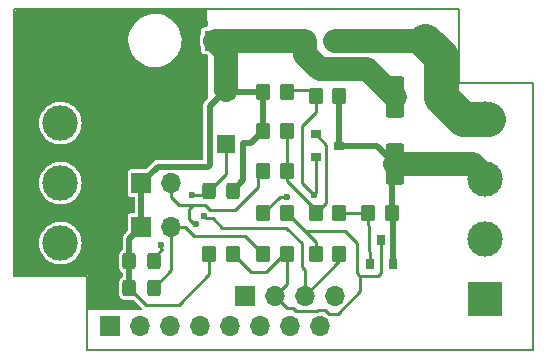
<source format=gtl>
G04 #@! TF.GenerationSoftware,KiCad,Pcbnew,7.0.1-3b83917a11~172~ubuntu20.04.1*
G04 #@! TF.CreationDate,2023-03-26T04:48:50+02:00*
G04 #@! TF.ProjectId,C64Saver2,43363453-6176-4657-9232-2e6b69636164,2.6*
G04 #@! TF.SameCoordinates,Original*
G04 #@! TF.FileFunction,Copper,L1,Top*
G04 #@! TF.FilePolarity,Positive*
%FSLAX46Y46*%
G04 Gerber Fmt 4.6, Leading zero omitted, Abs format (unit mm)*
G04 Created by KiCad (PCBNEW 7.0.1-3b83917a11~172~ubuntu20.04.1) date 2023-03-26 04:48:50*
%MOMM*%
%LPD*%
G01*
G04 APERTURE LIST*
G04 Aperture macros list*
%AMRoundRect*
0 Rectangle with rounded corners*
0 $1 Rounding radius*
0 $2 $3 $4 $5 $6 $7 $8 $9 X,Y pos of 4 corners*
0 Add a 4 corners polygon primitive as box body*
4,1,4,$2,$3,$4,$5,$6,$7,$8,$9,$2,$3,0*
0 Add four circle primitives for the rounded corners*
1,1,$1+$1,$2,$3*
1,1,$1+$1,$4,$5*
1,1,$1+$1,$6,$7*
1,1,$1+$1,$8,$9*
0 Add four rect primitives between the rounded corners*
20,1,$1+$1,$2,$3,$4,$5,0*
20,1,$1+$1,$4,$5,$6,$7,0*
20,1,$1+$1,$6,$7,$8,$9,0*
20,1,$1+$1,$8,$9,$2,$3,0*%
G04 Aperture macros list end*
G04 #@! TA.AperFunction,ComponentPad*
%ADD10R,3.000000X3.000000*%
G04 #@! TD*
G04 #@! TA.AperFunction,ComponentPad*
%ADD11C,3.000000*%
G04 #@! TD*
G04 #@! TA.AperFunction,SMDPad,CuDef*
%ADD12RoundRect,0.250000X-0.550000X1.500000X-0.550000X-1.500000X0.550000X-1.500000X0.550000X1.500000X0*%
G04 #@! TD*
G04 #@! TA.AperFunction,SMDPad,CuDef*
%ADD13R,1.600000X1.500000*%
G04 #@! TD*
G04 #@! TA.AperFunction,SMDPad,CuDef*
%ADD14R,3.200000X3.100000*%
G04 #@! TD*
G04 #@! TA.AperFunction,SMDPad,CuDef*
%ADD15R,6.700000X6.500000*%
G04 #@! TD*
G04 #@! TA.AperFunction,ComponentPad*
%ADD16R,1.700000X1.700000*%
G04 #@! TD*
G04 #@! TA.AperFunction,ComponentPad*
%ADD17O,1.700000X1.700000*%
G04 #@! TD*
G04 #@! TA.AperFunction,SMDPad,CuDef*
%ADD18RoundRect,0.250000X-0.350000X-0.450000X0.350000X-0.450000X0.350000X0.450000X-0.350000X0.450000X0*%
G04 #@! TD*
G04 #@! TA.AperFunction,SMDPad,CuDef*
%ADD19RoundRect,0.250000X0.350000X0.450000X-0.350000X0.450000X-0.350000X-0.450000X0.350000X-0.450000X0*%
G04 #@! TD*
G04 #@! TA.AperFunction,SMDPad,CuDef*
%ADD20R,0.800000X0.900000*%
G04 #@! TD*
G04 #@! TA.AperFunction,SMDPad,CuDef*
%ADD21RoundRect,0.250000X0.325000X0.450000X-0.325000X0.450000X-0.325000X-0.450000X0.325000X-0.450000X0*%
G04 #@! TD*
G04 #@! TA.AperFunction,SMDPad,CuDef*
%ADD22R,0.900000X0.800000*%
G04 #@! TD*
G04 #@! TA.AperFunction,ViaPad*
%ADD23C,0.600000*%
G04 #@! TD*
G04 #@! TA.AperFunction,Conductor*
%ADD24C,0.254000*%
G04 #@! TD*
G04 #@! TA.AperFunction,Conductor*
%ADD25C,0.250000*%
G04 #@! TD*
G04 #@! TA.AperFunction,Conductor*
%ADD26C,2.000000*%
G04 #@! TD*
G04 #@! TA.AperFunction,Conductor*
%ADD27C,0.500000*%
G04 #@! TD*
G04 #@! TA.AperFunction,Conductor*
%ADD28C,3.000000*%
G04 #@! TD*
G04 #@! TA.AperFunction,Profile*
%ADD29C,0.150000*%
G04 #@! TD*
G04 APERTURE END LIST*
D10*
X144399000Y-88265000D03*
D11*
X144399000Y-93345000D03*
X144399000Y-98425000D03*
X144399000Y-103505000D03*
D10*
X180340000Y-108204000D03*
D11*
X180340000Y-103124000D03*
X180340000Y-98044000D03*
X180340000Y-92964000D03*
D12*
X172720000Y-91180000D03*
X172720000Y-96780000D03*
D13*
X158397600Y-95111600D03*
D14*
X153997600Y-94511600D03*
X153997600Y-91111600D03*
D15*
X152247600Y-92811600D03*
D14*
X150497600Y-94511600D03*
X150497600Y-91111600D03*
D13*
X158397600Y-90511600D03*
D16*
X157480000Y-86360000D03*
D17*
X160020000Y-86360000D03*
X162560000Y-86360000D03*
X165100000Y-86360000D03*
X167640000Y-86360000D03*
X170180000Y-86360000D03*
X172720000Y-86360000D03*
X175260000Y-86360000D03*
X166370000Y-110490000D03*
X163830000Y-110490000D03*
X161290000Y-110490000D03*
X158750000Y-110490000D03*
X156210000Y-110490000D03*
X153670000Y-110490000D03*
X151130000Y-110490000D03*
D16*
X148590000Y-110490000D03*
X160020000Y-107950000D03*
D17*
X162560000Y-107950000D03*
X165100000Y-107950000D03*
X167640000Y-107950000D03*
D18*
X161560000Y-90678000D03*
X163560000Y-90678000D03*
X161560000Y-100965000D03*
X163560000Y-100965000D03*
X156988000Y-104394000D03*
X158988000Y-104394000D03*
D19*
X168005000Y-104394000D03*
X166005000Y-104394000D03*
D18*
X170450000Y-100965000D03*
X172450000Y-100965000D03*
X161560000Y-97409000D03*
X163560000Y-97409000D03*
D19*
X163560000Y-104394000D03*
X161560000Y-104394000D03*
D20*
X170627000Y-105267000D03*
X172527000Y-105267000D03*
X171577000Y-103267000D03*
D21*
X152282000Y-105029000D03*
X150232000Y-105029000D03*
D18*
X161560000Y-93980000D03*
X163560000Y-93980000D03*
X166005000Y-100965000D03*
X168005000Y-100965000D03*
D22*
X166005000Y-94300000D03*
X166005000Y-96200000D03*
X168005000Y-95250000D03*
D18*
X166005000Y-91059000D03*
X168005000Y-91059000D03*
D21*
X152282000Y-107315000D03*
X150232000Y-107315000D03*
D16*
X151252000Y-98425000D03*
D17*
X153792000Y-98425000D03*
D16*
X151252000Y-102108000D03*
D17*
X153792000Y-102108000D03*
D21*
X159013000Y-99060000D03*
X156963000Y-99060000D03*
D23*
X163576000Y-99568000D03*
X165862000Y-99441000D03*
X155575000Y-99441000D03*
X156591000Y-101219000D03*
X152908000Y-103632000D03*
X155913460Y-101875270D03*
D24*
X170627000Y-105267000D02*
X170450000Y-100965000D01*
D25*
X166005000Y-96200000D02*
X166005000Y-99298000D01*
X166005000Y-99298000D02*
X165862000Y-99441000D01*
X161560000Y-100965000D02*
X162957000Y-99568000D01*
X162957000Y-99568000D02*
X163576000Y-99568000D01*
X165862000Y-99441000D02*
X164846000Y-98425000D01*
X164846000Y-98425000D02*
X164846000Y-93599000D01*
D24*
X166005000Y-100965000D02*
X166005000Y-100727000D01*
X166005000Y-100727000D02*
X163560000Y-98282000D01*
X163560000Y-98282000D02*
X163560000Y-97409000D01*
X163560000Y-97409000D02*
X163560000Y-93980000D01*
X155575000Y-99441000D02*
X156582000Y-99441000D01*
X156582000Y-99441000D02*
X156963000Y-99060000D01*
X156685538Y-101378462D02*
X156591000Y-101283924D01*
X161560000Y-97409000D02*
X161086501Y-97882499D01*
X161086501Y-97882499D02*
X161086501Y-98791497D01*
X159212499Y-100665499D02*
X157064926Y-100665499D01*
X161086501Y-98791497D02*
X159212499Y-100665499D01*
X156668427Y-100269000D02*
X155636000Y-100269000D01*
X155694317Y-101875270D02*
X155913460Y-101875270D01*
X155636000Y-100269000D02*
X155302547Y-100602453D01*
X156591000Y-101283924D02*
X156591000Y-101219000D01*
X154433919Y-100269000D02*
X153792000Y-99627081D01*
X155636000Y-100269000D02*
X154433919Y-100269000D01*
X155302547Y-101483500D02*
X155694317Y-101875270D01*
X153792000Y-99627081D02*
X153792000Y-98425000D01*
X157064926Y-100665499D02*
X156668427Y-100269000D01*
X155302547Y-100602453D02*
X155302547Y-101483500D01*
X152908000Y-103886000D02*
X153035000Y-104013000D01*
X152908000Y-103632000D02*
X152908000Y-103886000D01*
D26*
X165100000Y-86360000D02*
X165100000Y-87562081D01*
D27*
X151252000Y-98425000D02*
X152652000Y-97025000D01*
X160544000Y-94996000D02*
X159893000Y-94996000D01*
D26*
X160020000Y-86360000D02*
X157480000Y-86360000D01*
D27*
X150232000Y-105029000D02*
X150232000Y-103128000D01*
X150232000Y-107315000D02*
X150232000Y-105029000D01*
X151252000Y-102108000D02*
X151252000Y-98425000D01*
X158564000Y-90678000D02*
X158397600Y-90511600D01*
X159893000Y-98180000D02*
X159013000Y-99060000D01*
X159893000Y-94996000D02*
X159893000Y-98180000D01*
X161560000Y-93980000D02*
X160544000Y-94996000D01*
X150232000Y-103128000D02*
X151252000Y-102108000D01*
X161560000Y-90678000D02*
X158564000Y-90678000D01*
X157047600Y-91861600D02*
X157047600Y-96901000D01*
D24*
X154432000Y-108712000D02*
X156988000Y-106156000D01*
D27*
X161560000Y-90678000D02*
X161560000Y-93980000D01*
D24*
X156988000Y-106156000D02*
X156988000Y-104394000D01*
D27*
X152652000Y-97025000D02*
X156923600Y-97025000D01*
D26*
X165100000Y-86360000D02*
X162560000Y-86360000D01*
D27*
X156923600Y-97025000D02*
X157047600Y-96901000D01*
D24*
X150232000Y-107315000D02*
X151629000Y-108712000D01*
D26*
X166342919Y-88805000D02*
X170345000Y-88805000D01*
X158397600Y-90511600D02*
X158397600Y-87277600D01*
X158397600Y-87277600D02*
X157480000Y-86360000D01*
X165100000Y-87562081D02*
X166342919Y-88805000D01*
X170345000Y-88805000D02*
X172720000Y-91180000D01*
D24*
X151629000Y-108712000D02*
X154432000Y-108712000D01*
D27*
X158397600Y-90511600D02*
X157047600Y-91861600D01*
D26*
X160020000Y-86360000D02*
X162560000Y-86360000D01*
D27*
X171190000Y-95250000D02*
X168005000Y-95250000D01*
X168005000Y-95250000D02*
X168005000Y-91059000D01*
X172720000Y-96780000D02*
X171190000Y-95250000D01*
X172450000Y-100965000D02*
X172450000Y-97050000D01*
X172450000Y-97050000D02*
X172720000Y-96780000D01*
D26*
X172726000Y-96774000D02*
X179324000Y-96774000D01*
D27*
X172720000Y-96780000D02*
X172726000Y-96774000D01*
X172527000Y-101042000D02*
X172527000Y-105267000D01*
D26*
X179324000Y-96774000D02*
X180594000Y-98044000D01*
D24*
X168005000Y-105045000D02*
X168005000Y-104394000D01*
X164846000Y-103505000D02*
X163532499Y-102191499D01*
X158092267Y-102191499D02*
X157279230Y-101378462D01*
D25*
X158397600Y-95111600D02*
X158397600Y-97625400D01*
X158397600Y-97625400D02*
X156963000Y-99060000D01*
D24*
X165100000Y-107950000D02*
X165100000Y-105791000D01*
X164846000Y-105537000D02*
X164846000Y-103505000D01*
X165100000Y-105791000D02*
X164846000Y-105537000D01*
X157279230Y-101378462D02*
X156685538Y-101378462D01*
X165100000Y-107950000D02*
X168005000Y-105045000D01*
X163532499Y-102191499D02*
X158092267Y-102191499D01*
D26*
X167640000Y-86360000D02*
X175260000Y-86360000D01*
D28*
X180594000Y-92964000D02*
X178472680Y-92964000D01*
X178472680Y-92964000D02*
X176606000Y-91097320D01*
X176606000Y-91097320D02*
X176606000Y-87706000D01*
X176606000Y-87706000D02*
X175260000Y-86360000D01*
D24*
X161793423Y-105918000D02*
X160512000Y-105918000D01*
X166005000Y-103410000D02*
X165084000Y-102489000D01*
X165084000Y-102489000D02*
X163560000Y-100965000D01*
X167159951Y-109474000D02*
X166828476Y-109142524D01*
X163576000Y-108966000D02*
X164084000Y-108966000D01*
X166109000Y-109227000D02*
X166193476Y-109142524D01*
X163317423Y-104394000D02*
X161793423Y-105918000D01*
X164084000Y-108966000D02*
X164345000Y-109227000D01*
X163560000Y-104394000D02*
X163317423Y-104394000D01*
X169545000Y-106045000D02*
X169672000Y-106172000D01*
X162560000Y-107950000D02*
X163576000Y-108966000D01*
X162560000Y-107950000D02*
X163560000Y-106950000D01*
X163560000Y-106950000D02*
X163560000Y-104394000D01*
X164345000Y-109227000D02*
X166109000Y-109227000D01*
X167921951Y-109474000D02*
X167159951Y-109474000D01*
X169672000Y-106172000D02*
X169672000Y-106299000D01*
X171577000Y-106021000D02*
X171299000Y-106299000D01*
X169799000Y-106299000D02*
X169799000Y-106426000D01*
X168529000Y-102489000D02*
X169545000Y-103505000D01*
X169799000Y-107596951D02*
X167921951Y-109474000D01*
X166193476Y-109142524D02*
X166828476Y-109142524D01*
X168529000Y-102489000D02*
X165084000Y-102489000D01*
X171299000Y-106299000D02*
X169799000Y-106299000D01*
X169799000Y-106426000D02*
X169799000Y-107596951D01*
X169545000Y-103505000D02*
X169545000Y-106045000D01*
X166005000Y-104394000D02*
X166005000Y-103410000D01*
X171577000Y-103267000D02*
X171577000Y-106021000D01*
X160512000Y-105918000D02*
X158988000Y-104394000D01*
X168005000Y-100965000D02*
X170450000Y-100965000D01*
X166005000Y-92440000D02*
X164846000Y-93599000D01*
X163560000Y-90535000D02*
X166005000Y-90535000D01*
X166005000Y-90535000D02*
X166005000Y-92440000D01*
X152282000Y-104766000D02*
X153035000Y-104013000D01*
X152282000Y-105029000D02*
X152282000Y-104766000D01*
X161560000Y-104394000D02*
X160036000Y-102870000D01*
X155702000Y-102870000D02*
X154940000Y-102108000D01*
X153792000Y-105805000D02*
X153792000Y-102108000D01*
X154940000Y-102108000D02*
X153792000Y-102108000D01*
X152282000Y-107315000D02*
X153792000Y-105805000D01*
X160036000Y-102870000D02*
X155702000Y-102870000D01*
X166882000Y-100088000D02*
X166882000Y-95177000D01*
X166005000Y-100965000D02*
X166882000Y-100088000D01*
X166882000Y-95177000D02*
X166005000Y-94300000D01*
G04 #@! TA.AperFunction,Conductor*
G36*
X156787091Y-83785280D02*
G01*
X156833183Y-83831149D01*
X156850265Y-83893889D01*
X156852135Y-84280899D01*
X156856009Y-85082891D01*
X156839332Y-85146148D01*
X156793186Y-85192517D01*
X156730011Y-85209500D01*
X156585134Y-85209500D01*
X156560009Y-85212414D01*
X156457233Y-85257794D01*
X156377794Y-85337233D01*
X156332415Y-85440007D01*
X156329500Y-85465138D01*
X156329500Y-85717961D01*
X156312620Y-85780960D01*
X156296843Y-85808286D01*
X156279231Y-85856675D01*
X156275026Y-85866828D01*
X156253261Y-85913504D01*
X156239930Y-85963252D01*
X156236627Y-85973728D01*
X156219014Y-86022122D01*
X156210070Y-86072841D01*
X156207692Y-86083567D01*
X156194363Y-86133309D01*
X156189876Y-86184600D01*
X156188442Y-86195494D01*
X156179499Y-86246219D01*
X156179499Y-86297721D01*
X156179020Y-86308701D01*
X156174532Y-86360000D01*
X156179020Y-86411299D01*
X156179499Y-86422279D01*
X156179499Y-86473781D01*
X156188442Y-86524506D01*
X156189876Y-86535400D01*
X156194363Y-86586687D01*
X156207693Y-86636433D01*
X156210071Y-86647162D01*
X156219014Y-86697877D01*
X156236624Y-86746261D01*
X156239928Y-86756740D01*
X156253261Y-86806496D01*
X156275020Y-86853157D01*
X156279227Y-86863313D01*
X156296843Y-86911714D01*
X156312619Y-86939038D01*
X156329500Y-87002038D01*
X156329500Y-87254865D01*
X156332414Y-87279990D01*
X156377794Y-87382766D01*
X156457233Y-87462205D01*
X156457234Y-87462205D01*
X156457235Y-87462206D01*
X156560009Y-87507585D01*
X156585135Y-87510500D01*
X156739125Y-87510499D01*
X156787343Y-87520090D01*
X156828220Y-87547404D01*
X156831453Y-87550637D01*
X156858650Y-87591233D01*
X156868357Y-87639123D01*
X156885523Y-91192349D01*
X156876049Y-91240895D01*
X156848619Y-91282053D01*
X156666499Y-91464173D01*
X156663408Y-91467162D01*
X156616554Y-91510922D01*
X156595262Y-91545934D01*
X156588006Y-91556595D01*
X156563238Y-91589257D01*
X156556716Y-91605796D01*
X156547163Y-91625031D01*
X156537926Y-91640220D01*
X156526867Y-91679688D01*
X156522757Y-91691909D01*
X156507723Y-91730033D01*
X156505905Y-91747718D01*
X156501896Y-91768814D01*
X156497100Y-91785935D01*
X156497100Y-91826920D01*
X156496439Y-91839805D01*
X156492248Y-91880571D01*
X156495268Y-91898089D01*
X156497100Y-91919496D01*
X156497100Y-96348500D01*
X156480219Y-96411500D01*
X156434100Y-96457619D01*
X156371100Y-96474500D01*
X152663561Y-96474500D01*
X152659260Y-96474427D01*
X152654233Y-96474255D01*
X152595174Y-96472238D01*
X152595173Y-96472238D01*
X152555353Y-96481941D01*
X152542681Y-96484349D01*
X152502079Y-96489929D01*
X152485771Y-96497013D01*
X152465411Y-96503860D01*
X152448149Y-96508066D01*
X152412416Y-96528157D01*
X152400873Y-96533889D01*
X152380036Y-96542941D01*
X152363277Y-96550221D01*
X152349493Y-96561435D01*
X152331738Y-96573519D01*
X152316242Y-96582232D01*
X152287255Y-96611218D01*
X152277683Y-96619857D01*
X152245889Y-96645724D01*
X152235637Y-96660247D01*
X152221798Y-96676675D01*
X151660878Y-97237595D01*
X151620001Y-97264909D01*
X151571783Y-97274500D01*
X150357134Y-97274500D01*
X150332009Y-97277414D01*
X150229233Y-97322794D01*
X150149794Y-97402233D01*
X150104415Y-97505007D01*
X150101500Y-97530138D01*
X150101500Y-99319865D01*
X150104414Y-99344990D01*
X150149794Y-99447766D01*
X150229233Y-99527205D01*
X150229234Y-99527205D01*
X150229235Y-99527206D01*
X150332009Y-99572585D01*
X150357135Y-99575500D01*
X150575500Y-99575500D01*
X150638500Y-99592381D01*
X150684619Y-99638500D01*
X150701500Y-99701500D01*
X150701500Y-100831501D01*
X150684619Y-100894501D01*
X150638500Y-100940620D01*
X150575500Y-100957501D01*
X150357134Y-100957501D01*
X150332009Y-100960414D01*
X150229233Y-101005794D01*
X150149794Y-101085233D01*
X150104415Y-101188007D01*
X150101500Y-101213138D01*
X150101500Y-102427784D01*
X150091909Y-102476002D01*
X150064597Y-102516876D01*
X149927638Y-102653836D01*
X149850913Y-102730561D01*
X149847822Y-102733549D01*
X149800954Y-102777322D01*
X149779662Y-102812334D01*
X149772406Y-102822995D01*
X149747638Y-102855657D01*
X149741116Y-102872196D01*
X149731563Y-102891431D01*
X149722326Y-102906620D01*
X149711267Y-102946088D01*
X149707157Y-102958309D01*
X149692123Y-102996433D01*
X149690305Y-103014118D01*
X149686296Y-103035214D01*
X149681500Y-103052335D01*
X149681500Y-103093320D01*
X149680839Y-103106205D01*
X149676648Y-103146971D01*
X149679668Y-103164489D01*
X149681500Y-103185896D01*
X149681500Y-103996535D01*
X149668347Y-104052585D01*
X149631634Y-104096932D01*
X149514077Y-104186078D01*
X149422639Y-104306656D01*
X149367122Y-104447436D01*
X149356500Y-104535897D01*
X149356500Y-105522103D01*
X149367122Y-105610563D01*
X149422639Y-105751343D01*
X149471179Y-105815352D01*
X149514078Y-105871922D01*
X149581596Y-105923122D01*
X149631634Y-105961068D01*
X149668347Y-106005415D01*
X149681500Y-106061465D01*
X149681500Y-106282535D01*
X149668347Y-106338585D01*
X149631634Y-106382932D01*
X149514077Y-106472078D01*
X149422639Y-106592656D01*
X149367122Y-106733436D01*
X149356500Y-106821897D01*
X149356500Y-107808103D01*
X149367122Y-107896563D01*
X149422639Y-108037343D01*
X149514077Y-108157922D01*
X149634656Y-108249360D01*
X149634657Y-108249360D01*
X149634658Y-108249361D01*
X149675822Y-108265594D01*
X149775436Y-108304877D01*
X149863897Y-108315500D01*
X150575732Y-108315500D01*
X150623950Y-108325091D01*
X150664827Y-108352404D01*
X151256283Y-108943859D01*
X151286932Y-108993747D01*
X151291725Y-109052100D01*
X151269627Y-109106319D01*
X151225409Y-109144697D01*
X151168620Y-109158947D01*
X147196729Y-109204082D01*
X146887931Y-109207591D01*
X146824328Y-109191193D01*
X146777620Y-109145013D01*
X146760500Y-109081600D01*
X146760500Y-106344530D01*
X146762414Y-106322650D01*
X146764124Y-106312952D01*
X146762414Y-106303254D01*
X146760871Y-106285619D01*
X146756290Y-106268522D01*
X146754581Y-106258829D01*
X146754581Y-106258828D01*
X146754579Y-106258827D01*
X146751062Y-106252735D01*
X146746549Y-106247355D01*
X146738016Y-106242429D01*
X146720025Y-106229831D01*
X146712479Y-106223499D01*
X146705881Y-106221097D01*
X146698952Y-106219875D01*
X146689254Y-106221586D01*
X146667375Y-106223500D01*
X140663500Y-106223500D01*
X140600500Y-106206619D01*
X140554381Y-106160500D01*
X140537500Y-106097500D01*
X140537500Y-103505000D01*
X142593451Y-103505000D01*
X142613617Y-103774105D01*
X142673665Y-104037193D01*
X142696211Y-104094639D01*
X142772257Y-104288398D01*
X142907185Y-104522102D01*
X143075439Y-104733085D01*
X143166012Y-104817124D01*
X143273258Y-104916635D01*
X143359692Y-104975564D01*
X143496226Y-105068651D01*
X143595257Y-105116342D01*
X143739358Y-105185738D01*
X143796868Y-105203477D01*
X143997228Y-105265280D01*
X144264071Y-105305500D01*
X144533927Y-105305500D01*
X144533929Y-105305500D01*
X144800772Y-105265280D01*
X145058641Y-105185738D01*
X145301775Y-105068651D01*
X145524741Y-104916635D01*
X145722561Y-104733085D01*
X145890815Y-104522102D01*
X146025743Y-104288398D01*
X146124334Y-104037195D01*
X146184383Y-103774103D01*
X146204549Y-103505000D01*
X146184383Y-103235897D01*
X146124334Y-102972805D01*
X146025743Y-102721602D01*
X145890815Y-102487898D01*
X145722561Y-102276915D01*
X145524741Y-102093365D01*
X145301775Y-101941349D01*
X145258110Y-101920321D01*
X145058641Y-101824261D01*
X144863273Y-101763999D01*
X144800772Y-101744720D01*
X144533929Y-101704500D01*
X144264071Y-101704500D01*
X143997228Y-101744720D01*
X143997224Y-101744721D01*
X143997225Y-101744721D01*
X143739358Y-101824261D01*
X143496225Y-101941349D01*
X143273258Y-102093364D01*
X143075442Y-102276912D01*
X143075439Y-102276915D01*
X142907185Y-102487898D01*
X142907183Y-102487901D01*
X142772258Y-102721599D01*
X142673665Y-102972806D01*
X142613617Y-103235894D01*
X142593451Y-103505000D01*
X140537500Y-103505000D01*
X140537500Y-98425000D01*
X142593451Y-98425000D01*
X142613617Y-98694105D01*
X142673665Y-98957193D01*
X142673666Y-98957195D01*
X142772257Y-99208398D01*
X142907185Y-99442102D01*
X143075439Y-99653085D01*
X143127617Y-99701499D01*
X143273258Y-99836635D01*
X143403508Y-99925437D01*
X143496226Y-99988651D01*
X143622271Y-100049351D01*
X143739358Y-100105738D01*
X143796868Y-100123477D01*
X143997228Y-100185280D01*
X144264071Y-100225500D01*
X144533927Y-100225500D01*
X144533929Y-100225500D01*
X144800772Y-100185280D01*
X145058641Y-100105738D01*
X145301775Y-99988651D01*
X145524741Y-99836635D01*
X145722561Y-99653085D01*
X145890815Y-99442102D01*
X146025743Y-99208398D01*
X146124334Y-98957195D01*
X146184383Y-98694103D01*
X146204549Y-98425000D01*
X146184383Y-98155897D01*
X146124334Y-97892805D01*
X146025743Y-97641602D01*
X145890815Y-97407898D01*
X145722561Y-97196915D01*
X145524741Y-97013365D01*
X145511241Y-97004161D01*
X145301775Y-96861349D01*
X145058641Y-96744261D01*
X144839529Y-96676675D01*
X144800772Y-96664720D01*
X144533929Y-96624500D01*
X144264071Y-96624500D01*
X143997228Y-96664720D01*
X143997224Y-96664721D01*
X143997225Y-96664721D01*
X143739358Y-96744261D01*
X143496225Y-96861349D01*
X143273258Y-97013364D01*
X143075442Y-97196912D01*
X143075439Y-97196915D01*
X142910072Y-97404278D01*
X142907183Y-97407901D01*
X142772258Y-97641599D01*
X142673665Y-97892806D01*
X142613617Y-98155894D01*
X142593451Y-98425000D01*
X140537500Y-98425000D01*
X140537500Y-93344999D01*
X142593451Y-93344999D01*
X142613617Y-93614105D01*
X142673665Y-93877193D01*
X142673666Y-93877195D01*
X142772257Y-94128398D01*
X142907185Y-94362102D01*
X143075439Y-94573085D01*
X143166012Y-94657124D01*
X143273258Y-94756635D01*
X143425274Y-94860276D01*
X143496226Y-94908651D01*
X143622270Y-94969351D01*
X143739358Y-95025738D01*
X143796868Y-95043477D01*
X143997228Y-95105280D01*
X144264071Y-95145500D01*
X144533927Y-95145500D01*
X144533929Y-95145500D01*
X144800772Y-95105280D01*
X145058641Y-95025738D01*
X145301775Y-94908651D01*
X145524741Y-94756635D01*
X145722561Y-94573085D01*
X145890815Y-94362102D01*
X146025743Y-94128398D01*
X146124334Y-93877195D01*
X146184383Y-93614103D01*
X146204549Y-93345000D01*
X146184383Y-93075897D01*
X146124334Y-92812805D01*
X146025743Y-92561602D01*
X145890815Y-92327898D01*
X145722561Y-92116915D01*
X145524741Y-91933365D01*
X145488583Y-91908713D01*
X145301775Y-91781349D01*
X145058641Y-91664261D01*
X144869099Y-91605796D01*
X144800772Y-91584720D01*
X144533929Y-91544500D01*
X144264071Y-91544500D01*
X143997228Y-91584720D01*
X143997224Y-91584721D01*
X143997225Y-91584721D01*
X143739358Y-91664261D01*
X143496225Y-91781349D01*
X143273258Y-91933364D01*
X143075442Y-92116912D01*
X143075439Y-92116915D01*
X142907185Y-92327898D01*
X142907183Y-92327901D01*
X142772258Y-92561599D01*
X142673665Y-92812806D01*
X142613617Y-93075894D01*
X142593451Y-93344999D01*
X140537500Y-93344999D01*
X140537500Y-86432833D01*
X150150803Y-86432833D01*
X150177466Y-86697880D01*
X150180962Y-86732622D01*
X150250811Y-87025721D01*
X150359103Y-87306894D01*
X150444216Y-87462206D01*
X150503906Y-87571127D01*
X150682632Y-87813696D01*
X150682634Y-87813698D01*
X150892100Y-88030284D01*
X151128565Y-88217018D01*
X151387810Y-88370569D01*
X151537446Y-88434020D01*
X151665208Y-88488196D01*
X151955806Y-88567800D01*
X152142237Y-88592872D01*
X152254427Y-88607960D01*
X152480319Y-88607960D01*
X152480324Y-88607960D01*
X152705714Y-88592872D01*
X153000983Y-88532856D01*
X153285617Y-88434020D01*
X153554539Y-88298128D01*
X153802949Y-88127604D01*
X154026413Y-87925492D01*
X154220945Y-87695399D01*
X154220947Y-87695397D01*
X154369810Y-87462206D01*
X154383073Y-87441430D01*
X154509903Y-87168118D01*
X154599173Y-86880339D01*
X154649289Y-86583230D01*
X154659357Y-86282091D01*
X154629198Y-85982298D01*
X154559349Y-85689199D01*
X154451057Y-85408026D01*
X154306255Y-85143795D01*
X154306253Y-85143792D01*
X154127527Y-84901223D01*
X154019407Y-84789428D01*
X153918060Y-84684636D01*
X153681595Y-84497902D01*
X153422350Y-84344351D01*
X153422347Y-84344350D01*
X153422346Y-84344349D01*
X153144951Y-84226723D01*
X152854353Y-84147119D01*
X152584347Y-84110808D01*
X152555733Y-84106960D01*
X152329836Y-84106960D01*
X152217141Y-84114503D01*
X152104441Y-84122048D01*
X151809176Y-84182063D01*
X151524542Y-84280899D01*
X151255625Y-84416789D01*
X151007210Y-84587316D01*
X150783745Y-84789429D01*
X150589212Y-85019522D01*
X150427087Y-85273488D01*
X150300258Y-85546798D01*
X150210986Y-85834581D01*
X150160871Y-86131687D01*
X150150803Y-86432833D01*
X140537500Y-86432833D01*
X140537500Y-83894500D01*
X140554381Y-83831500D01*
X140600500Y-83785381D01*
X140663500Y-83768500D01*
X156724267Y-83768500D01*
X156787091Y-83785280D01*
G37*
G04 #@! TD.AperFunction*
D29*
X146685000Y-106299000D02*
X140462000Y-106299000D01*
X184404000Y-89916000D02*
X184404000Y-112522000D01*
X140462000Y-106299000D02*
X140462000Y-83693000D01*
X178181000Y-83693000D02*
X178181000Y-89916000D01*
X140462000Y-83693000D02*
X178181000Y-83693000D01*
X184404000Y-112522000D02*
X146685000Y-112522000D01*
X178181000Y-89916000D02*
X184404000Y-89916000D01*
X146685000Y-112522000D02*
X146685000Y-106299000D01*
M02*

</source>
